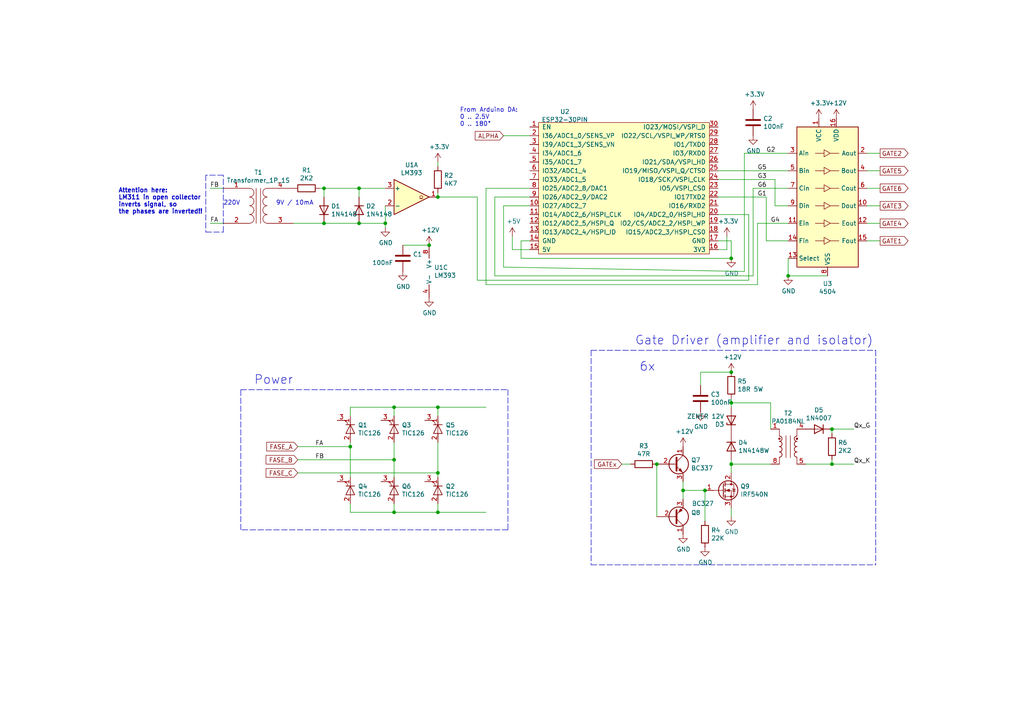
<source format=kicad_sch>
(kicad_sch (version 20211123) (generator eeschema)
  (paper "A4")
  (lib_symbols
    (symbol "4xxx:4504"
      (property "Reference" "U" (at -7.62 21.59 0))
      (property "Value" "4504" (at 6.35 21.59 0))
      (symbol "4504_0_1"
        (polyline (pts (xy -3.556 -12.7) (xy -1.016 -12.7)))
        (polyline (pts (xy -3.556 -7.62) (xy -1.016 -7.62)))
        (polyline (pts (xy -3.556 -2.54) (xy -1.016 -2.54)))
        (polyline (pts (xy -3.556 2.54) (xy -1.016 2.54)))
        (polyline (pts (xy -3.556 7.62) (xy -1.016 7.62)))
        (polyline (pts (xy -3.556 12.7) (xy -1.016 12.7)))
        (polyline (pts (xy 0.762 -12.7) (xy 3.302 -12.7)))
        (polyline (pts (xy 0.762 -7.62) (xy 3.302 -7.62)))
        (polyline (pts (xy 0.762 -2.54) (xy 3.302 -2.54)))
        (polyline (pts (xy 0.762 2.54) (xy 3.302 2.54)))
        (polyline (pts (xy 0.762 7.62) (xy 3.302 7.62)))
        (polyline (pts (xy 0.762 12.7) (xy 3.302 12.7)))
      )
      (symbol "4504_1_1"
        (rectangle (start -8.89 20.32) (end 8.89 -20.32) (stroke (width 0.254)) (fill (type background)))
        (polyline (pts (xy 0.762 -12.7) (xy -1.016 -13.716) (xy -1.016 -11.684) (xy 0.762 -12.7)))
        (polyline (pts (xy 0.762 -7.62) (xy -1.016 -8.636) (xy -1.016 -6.604) (xy 0.762 -7.62)))
        (polyline (pts (xy 0.762 -2.54) (xy -1.016 -3.556) (xy -1.016 -1.524) (xy 0.762 -2.54)))
        (polyline (pts (xy 0.762 2.54) (xy -1.016 1.524) (xy -1.016 3.556) (xy 0.762 2.54)))
        (polyline (pts (xy 0.762 7.62) (xy -1.016 6.604) (xy -1.016 8.636) (xy 0.762 7.62)))
        (polyline (pts (xy 0.762 12.7) (xy -1.016 11.684) (xy -1.016 13.716) (xy 0.762 12.7)))
        (pin power_in line (at -2.54 22.86 270) (length 2.54) (name "VCC") (number "1"))
        (pin output line (at 11.43 -2.54 180) (length 2.54) (name "Dout") (number "10"))
        (pin input line (at -11.43 -7.62 0) (length 2.54) (name "Ein") (number "11"))
        (pin output line (at 11.43 -7.62 180) (length 2.54) (name "Eout") (number "12"))
        (pin input line (at -11.43 -17.78 0) (length 2.54) (name "Select") (number "13"))
        (pin input line (at -11.43 -12.7 0) (length 2.54) (name "Fin") (number "14"))
        (pin output line (at 11.43 -12.7 180) (length 2.54) (name "Fout") (number "15"))
        (pin power_in line (at 2.54 22.86 270) (length 2.54) (name "VDD") (number "16"))
        (pin output line (at 11.43 12.7 180) (length 2.54) (name "Aout") (number "2"))
        (pin input line (at -11.43 12.7 0) (length 2.54) (name "Ain") (number "3"))
        (pin output line (at 11.43 7.62 180) (length 2.54) (name "Bout") (number "4"))
        (pin input line (at -11.43 7.62 0) (length 2.54) (name "Bin") (number "5"))
        (pin output line (at 11.43 2.54 180) (length 2.54) (name "Cout") (number "6"))
        (pin input line (at -11.43 2.54 0) (length 2.54) (name "Cin") (number "7"))
        (pin power_in line (at 0 -22.86 90) (length 2.54) (name "VSS") (number "8"))
        (pin input line (at -11.43 -2.54 0) (length 2.54) (name "Din") (number "9"))
      )
    )
    (symbol "ABV_parts:ESP32-30PIN" (pin_names (offset 1.016))
      (property "Reference" "MD" (at 0 3.81 0))
      (property "Value" "ESP32-30PIN" (at 0 1.27 0))
      (symbol "ESP32-30PIN_1_1"
        (rectangle (start 0 0) (end 49.53 -38.1) (fill (type background)))
        (pin input line (at -2.54 -1.27 0) (length 2.54) (name "EN") (number "1"))
        (pin bidirectional line (at -2.54 -24.13 0) (length 2.54) (name "IO27/ADC2_7") (number "10"))
        (pin bidirectional line (at -2.54 -26.67 0) (length 2.54) (name "IO14/ADC2_6/HSPI_CLK") (number "11"))
        (pin bidirectional line (at -2.54 -29.21 0) (length 2.54) (name "IO12/ADC2_5/HSPI_Q") (number "12"))
        (pin bidirectional line (at -2.54 -31.75 0) (length 2.54) (name "IO13/ADC2_4/HSPI_ID") (number "13"))
        (pin power_in line (at -2.54 -34.29 0) (length 2.54) (name "GND") (number "14"))
        (pin power_in line (at -2.54 -36.83 0) (length 2.54) (name "5V") (number "15"))
        (pin power_out line (at 52.07 -36.83 180) (length 2.54) (name "3V3") (number "16"))
        (pin power_in line (at 52.07 -34.29 180) (length 2.54) (name "GND") (number "17"))
        (pin bidirectional line (at 52.07 -31.75 180) (length 2.54) (name "IO15/ADC2_3/HSPI_CS0") (number "18"))
        (pin bidirectional line (at 52.07 -29.21 180) (length 2.54) (name "IO2/CS/ADC2_2/HSPI_WP") (number "19"))
        (pin input line (at -2.54 -3.81 0) (length 2.54) (name "I36/ADC1_0/SENS_VP") (number "2"))
        (pin bidirectional line (at 52.07 -26.67 180) (length 2.54) (name "IO4/ADC2_0/HSPI_HD") (number "20"))
        (pin bidirectional line (at 52.07 -24.13 180) (length 2.54) (name "IO16/RXD2") (number "21"))
        (pin bidirectional line (at 52.07 -21.59 180) (length 2.54) (name "IO17TXD2") (number "22"))
        (pin bidirectional line (at 52.07 -19.05 180) (length 2.54) (name "IO5/VSPI_CS0") (number "23"))
        (pin bidirectional line (at 52.07 -16.51 180) (length 2.54) (name "IO18/SCK/VSPI_CLK") (number "24"))
        (pin bidirectional line (at 52.07 -13.97 180) (length 2.54) (name "IO19/MISO/VSPI_Q/CTS0") (number "25"))
        (pin bidirectional line (at 52.07 -11.43 180) (length 2.54) (name "IO21/SDA/VSPI_HD") (number "26"))
        (pin bidirectional line (at 52.07 -8.89 180) (length 2.54) (name "IO3/RXD0") (number "27"))
        (pin bidirectional line (at 52.07 -6.35 180) (length 2.54) (name "IO1/TXD0") (number "28"))
        (pin bidirectional line (at 52.07 -3.81 180) (length 2.54) (name "IO22/SCL/VSPI_WP/RTS0") (number "29"))
        (pin input line (at -2.54 -6.35 0) (length 2.54) (name "I39/ADC1_3/SENS_VN") (number "3"))
        (pin bidirectional line (at 52.07 -1.27 180) (length 2.54) (name "IO23/MOSI/VSPI_D") (number "30"))
        (pin input line (at -2.54 -8.89 0) (length 2.54) (name "I34/ADC1_6") (number "4"))
        (pin input line (at -2.54 -11.43 0) (length 2.54) (name "I35/ADC1_7") (number "5"))
        (pin bidirectional line (at -2.54 -13.97 0) (length 2.54) (name "IO32/ADC1_4") (number "6"))
        (pin bidirectional line (at -2.54 -16.51 0) (length 2.54) (name "IO33/ADC1_5") (number "7"))
        (pin bidirectional line (at -2.54 -19.05 0) (length 2.54) (name "IO25/ADC2_8/DAC1") (number "8"))
        (pin bidirectional line (at -2.54 -21.59 0) (length 2.54) (name "IO26/ADC2_9/DAC2") (number "9"))
      )
    )
    (symbol "Comparator:LM393" (pin_names (offset 0.127))
      (property "Reference" "U" (at 3.81 3.81 0))
      (property "Value" "LM393" (at 6.35 -3.81 0))
      (symbol "LM393_1_1"
        (polyline (pts (xy -5.08 5.08) (xy 5.08 0) (xy -5.08 -5.08) (xy -5.08 5.08)) (stroke (width 0.254)) (fill (type background)))
        (polyline (pts (xy 3.302 -0.508) (xy 2.794 -0.508) (xy 3.302 0) (xy 2.794 0.508) (xy 2.286 0) (xy 2.794 -0.508) (xy 2.286 -0.508)) (stroke (width 0.127)))
        (pin open_collector line (at 7.62 0 180) (length 2.54) (name "~") (number "1"))
        (pin input line (at -7.62 -2.54 0) (length 2.54) (name "-") (number "2"))
        (pin input line (at -7.62 2.54 0) (length 2.54) (name "+") (number "3"))
      )
      (symbol "LM393_2_1"
        (polyline (pts (xy -5.08 5.08) (xy 5.08 0) (xy -5.08 -5.08) (xy -5.08 5.08)) (stroke (width 0.254)) (fill (type background)))
        (polyline (pts (xy 3.302 -0.508) (xy 2.794 -0.508) (xy 3.302 0) (xy 2.794 0.508) (xy 2.286 0) (xy 2.794 -0.508) (xy 2.286 -0.508)) (stroke (width 0.127)))
        (pin input line (at -7.62 2.54 0) (length 2.54) (name "+") (number "5"))
        (pin input line (at -7.62 -2.54 0) (length 2.54) (name "_") (number "6"))
        (pin open_collector line (at 7.62 0 180) (length 2.54) (name "~") (number "7"))
      )
      (symbol "LM393_3_1"
        (pin power_in line (at -2.54 -7.62 90) (length 3.81) (name "V-") (number "4"))
        (pin power_in line (at -2.54 7.62 270) (length 3.81) (name "V+") (number "8"))
      )
    )
    (symbol "Device:C" (pin_numbers hide) (pin_names (offset 0.254))
      (property "Reference" "C" (at 0.635 2.54 0))
      (property "Value" "C" (at 0.635 -2.54 0))
      (symbol "C_0_1"
        (polyline (pts (xy -2.032 -0.762) (xy 2.032 -0.762)) (stroke (width 0.508)))
        (polyline (pts (xy -2.032 0.762) (xy 2.032 0.762)) (stroke (width 0.508)))
      )
      (symbol "C_1_1"
        (pin passive line (at 0 3.81 270) (length 2.794) (name "~") (number "1"))
        (pin passive line (at 0 -3.81 90) (length 2.794) (name "~") (number "2"))
      )
    )
    (symbol "Device:R" (pin_numbers hide) (pin_names (offset 0))
      (property "Reference" "R" (at 2.032 0 90))
      (property "Value" "R" (at 0 0 90))
      (symbol "R_0_1"
        (rectangle (start -1.016 -2.54) (end 1.016 2.54) (stroke (width 0.254)))
      )
      (symbol "R_1_1"
        (pin passive line (at 0 3.81 270) (length 1.27) (name "~") (number "1"))
        (pin passive line (at 0 -3.81 90) (length 1.27) (name "~") (number "2"))
      )
    )
    (symbol "Device:Transformer_1P_1S" (pin_names (offset 1.016) hide)
      (property "Reference" "T" (at 0 6.35 0))
      (property "Value" "Transformer_1P_1S" (at 0 -7.62 0))
      (symbol "Transformer_1P_1S_0_1"
        (arc (start -2.54 -5.0546) (mid -1.6599 -4.6901) (end -1.27 -3.81))
        (arc (start -2.54 -2.5146) (mid -1.6599 -2.1501) (end -1.27 -1.27))
        (arc (start -2.54 0.0254) (mid -1.6599 0.3899) (end -1.27 1.27))
        (arc (start -2.54 2.5654) (mid -1.6599 2.9299) (end -1.27 3.81))
        (arc (start -1.27 -3.81) (mid -1.642 -2.912) (end -2.54 -2.54))
        (arc (start -1.27 -1.27) (mid -1.642 -0.372) (end -2.54 0))
        (arc (start -1.27 1.27) (mid -1.642 2.168) (end -2.54 2.54))
        (arc (start -1.27 3.81) (mid -1.642 4.708) (end -2.54 5.08))
        (polyline (pts (xy -0.635 5.08) (xy -0.635 -5.08)))
        (polyline (pts (xy 0.635 -5.08) (xy 0.635 5.08)))
        (arc (start 1.2954 -1.27) (mid 1.6599 -2.1501) (end 2.54 -2.5146))
        (arc (start 1.2954 1.27) (mid 1.6599 0.3899) (end 2.54 0.0254))
        (arc (start 1.2954 3.81) (mid 1.6599 2.9299) (end 2.54 2.5654))
        (arc (start 1.3208 -3.81) (mid 1.6853 -4.6901) (end 2.5654 -5.0546))
        (arc (start 2.54 0) (mid 1.642 -0.372) (end 1.2954 -1.27))
        (arc (start 2.54 2.54) (mid 1.642 2.168) (end 1.2954 1.27))
        (arc (start 2.54 5.08) (mid 1.642 4.708) (end 1.2954 3.81))
        (arc (start 2.5654 -2.54) (mid 1.6674 -2.912) (end 1.3208 -3.81))
      )
      (symbol "Transformer_1P_1S_1_1"
        (pin passive line (at -10.16 5.08 0) (length 7.62) (name "AA") (number "1"))
        (pin passive line (at -10.16 -5.08 0) (length 7.62) (name "AB") (number "2"))
        (pin passive line (at 10.16 -5.08 180) (length 7.62) (name "SA") (number "3"))
        (pin passive line (at 10.16 5.08 180) (length 7.62) (name "SB") (number "4"))
      )
    )
    (symbol "Diode:1N4007" (pin_numbers hide) (pin_names (offset 1.016) hide)
      (property "Reference" "D" (at 0 2.54 0))
      (property "Value" "1N4007" (at 0 -2.54 0))
      (symbol "1N4007_0_1"
        (polyline (pts (xy -1.27 1.27) (xy -1.27 -1.27)) (stroke (width 0.254)))
        (polyline (pts (xy 1.27 0) (xy -1.27 0)))
        (polyline (pts (xy 1.27 1.27) (xy 1.27 -1.27) (xy -1.27 0) (xy 1.27 1.27)) (stroke (width 0.254)))
      )
      (symbol "1N4007_1_1"
        (pin passive line (at -3.81 0 0) (length 2.54) (name "K") (number "1"))
        (pin passive line (at 3.81 0 180) (length 2.54) (name "A") (number "2"))
      )
    )
    (symbol "Diode:1N4148" (pin_numbers hide) (pin_names (offset 1.016) hide)
      (property "Reference" "D" (at 0 2.54 0))
      (property "Value" "1N4148" (at 0 -2.54 0))
      (symbol "1N4148_0_1"
        (polyline (pts (xy -1.27 1.27) (xy -1.27 -1.27)) (stroke (width 0.254)))
        (polyline (pts (xy 1.27 0) (xy -1.27 0)))
        (polyline (pts (xy 1.27 1.27) (xy 1.27 -1.27) (xy -1.27 0) (xy 1.27 1.27)) (stroke (width 0.254)))
      )
      (symbol "1N4148_1_1"
        (pin passive line (at -3.81 0 0) (length 2.54) (name "K") (number "1"))
        (pin passive line (at 3.81 0 180) (length 2.54) (name "A") (number "2"))
      )
    )
    (symbol "Diode:1N4148W" (pin_numbers hide) (pin_names (offset 1.016) hide)
      (property "Reference" "D" (at 0 2.54 0))
      (property "Value" "1N4148W" (at 0 -2.54 0))
      (symbol "1N4148W_0_1"
        (polyline (pts (xy -1.27 1.27) (xy -1.27 -1.27)) (stroke (width 0.254)))
        (polyline (pts (xy 1.27 0) (xy -1.27 0)))
        (polyline (pts (xy 1.27 1.27) (xy 1.27 -1.27) (xy -1.27 0) (xy 1.27 1.27)) (stroke (width 0.254)))
      )
      (symbol "1N4148W_1_1"
        (pin passive line (at -3.81 0 0) (length 2.54) (name "K") (number "1"))
        (pin passive line (at 3.81 0 180) (length 2.54) (name "A") (number "2"))
      )
    )
    (symbol "Diode:DZ2S150X0L" (pin_numbers hide) (pin_names hide)
      (property "Reference" "D" (at 0 2.54 0))
      (property "Value" "DZ2S150X0L" (at 0 -2.54 0))
      (symbol "DZ2S150X0L_0_1"
        (polyline (pts (xy 1.27 0) (xy -1.27 0)))
        (polyline (pts (xy -1.27 -1.27) (xy -1.27 1.27) (xy -0.762 1.27)) (stroke (width 0.254)))
        (polyline (pts (xy 1.27 -1.27) (xy 1.27 1.27) (xy -1.27 0) (xy 1.27 -1.27)) (stroke (width 0.254)))
      )
      (symbol "DZ2S150X0L_1_1"
        (pin passive line (at -3.81 0 0) (length 2.54) (name "K") (number "1"))
        (pin passive line (at 3.81 0 180) (length 2.54) (name "A") (number "2"))
      )
    )
    (symbol "Transformer:PA0184NL" (pin_names hide)
      (property "Reference" "T" (at 0 6.35 0))
      (property "Value" "PA0184NL" (at 0 -6.35 0))
      (symbol "PA0184NL_0_1"
        (arc (start -2.54 -3.048) (mid -1.778 -2.286) (end -2.54 -1.524) (stroke (width 0.2032)))
        (arc (start -2.54 -1.524) (mid -1.778 -0.762) (end -2.54 0) (stroke (width 0.2032)))
        (arc (start -2.54 0) (mid -1.778 0.762) (end -2.54 1.524) (stroke (width 0.2032)))
        (circle (center -2.54 2.286) (radius 0.254) (fill (type outline)))
        (polyline (pts (xy -2.54 -3.048) (xy -2.54 -5.08)))
        (polyline (pts (xy -2.54 5.08) (xy -2.54 3.048)))
        (polyline (pts (xy -0.635 3.175) (xy -0.635 -3.175)))
        (polyline (pts (xy 0.635 3.175) (xy 0.635 -3.175)))
        (polyline (pts (xy 2.54 -3.048) (xy 2.54 -5.08)))
        (polyline (pts (xy 2.54 5.08) (xy 2.54 3.048)))
        (arc (start 2.54 -1.524) (mid 1.778 -2.286) (end 2.54 -3.048) (stroke (width 0.2032)))
        (arc (start 2.54 0) (mid 1.778 -0.762) (end 2.54 -1.524) (stroke (width 0.2032)))
        (arc (start 2.54 1.524) (mid 1.778 0.762) (end 2.54 0) (stroke (width 0.2032)))
        (circle (center 2.54 2.286) (radius 0.254) (fill (type outline)))
        (arc (start 2.54 3.048) (mid 1.778 2.286) (end 2.54 1.524) (stroke (width 0.2032)))
      )
      (symbol "PA0184NL_1_1"
        (arc (start -2.54 1.524) (mid -1.778 2.286) (end -2.54 3.048) (stroke (width 0.2032)))
        (pin passive line (at -5.08 5.08 0) (length 2.54) (name "~") (number "1"))
        (pin passive line (at 5.08 5.08 180) (length 2.54) (name "~") (number "4"))
        (pin passive line (at 5.08 -5.08 180) (length 2.54) (name "~") (number "5"))
        (pin passive line (at -5.08 -5.08 0) (length 2.54) (name "~") (number "8"))
      )
    )
    (symbol "Transistor_BJT:BC327" (pin_names (offset 0) hide)
      (property "Reference" "Q" (at 5.08 1.905 0))
      (property "Value" "BC327" (at 5.08 0 0))
      (symbol "BC327_0_1"
        (polyline (pts (xy 0.635 0.635) (xy 2.54 2.54)))
        (polyline (pts (xy 0.635 -0.635) (xy 2.54 -2.54) (xy 2.54 -2.54)))
        (polyline (pts (xy 0.635 1.905) (xy 0.635 -1.905) (xy 0.635 -1.905)) (stroke (width 0.508)))
        (polyline (pts (xy 2.286 -1.778) (xy 1.778 -2.286) (xy 1.27 -1.27) (xy 2.286 -1.778) (xy 2.286 -1.778)) (fill (type outline)))
        (circle (center 1.27 0) (radius 2.8194) (stroke (width 0.254)))
      )
      (symbol "BC327_1_1"
        (pin passive line (at 2.54 5.08 270) (length 2.54) (name "C") (number "1"))
        (pin input line (at -5.08 0 0) (length 5.715) (name "B") (number "2"))
        (pin passive line (at 2.54 -5.08 90) (length 2.54) (name "E") (number "3"))
      )
    )
    (symbol "Transistor_BJT:BC337" (pin_names (offset 0) hide)
      (property "Reference" "Q" (at 5.08 1.905 0))
      (property "Value" "BC337" (at 5.08 0 0))
      (symbol "BC337_0_1"
        (polyline (pts (xy 0 0) (xy 0.635 0)))
        (polyline (pts (xy 0.635 0.635) (xy 2.54 2.54)))
        (polyline (pts (xy 0.635 -0.635) (xy 2.54 -2.54) (xy 2.54 -2.54)))
        (polyline (pts (xy 0.635 1.905) (xy 0.635 -1.905) (xy 0.635 -1.905)) (stroke (width 0.508)))
        (polyline (pts (xy 1.27 -1.778) (xy 1.778 -1.27) (xy 2.286 -2.286) (xy 1.27 -1.778) (xy 1.27 -1.778)) (fill (type outline)))
        (circle (center 1.27 0) (radius 2.8194) (stroke (width 0.254)))
      )
      (symbol "BC337_1_1"
        (pin passive line (at 2.54 5.08 270) (length 2.54) (name "C") (number "1"))
        (pin input line (at -5.08 0 0) (length 5.08) (name "B") (number "2"))
        (pin passive line (at 2.54 -5.08 90) (length 2.54) (name "E") (number "3"))
      )
    )
    (symbol "Transistor_FET:IRF540N" (pin_names hide)
      (property "Reference" "Q" (at 6.35 1.905 0))
      (property "Value" "IRF540N" (at 6.35 0 0))
      (symbol "IRF540N_0_1"
        (polyline (pts (xy 0.254 0) (xy -2.54 0)))
        (polyline (pts (xy 0.254 1.905) (xy 0.254 -1.905)) (stroke (width 0.254)))
        (polyline (pts (xy 0.762 -1.27) (xy 0.762 -2.286)) (stroke (width 0.254)))
        (polyline (pts (xy 0.762 0.508) (xy 0.762 -0.508)) (stroke (width 0.254)))
        (polyline (pts (xy 0.762 2.286) (xy 0.762 1.27)) (stroke (width 0.254)))
        (polyline (pts (xy 2.54 2.54) (xy 2.54 1.778)))
        (polyline (pts (xy 2.54 -2.54) (xy 2.54 0) (xy 0.762 0)))
        (polyline (pts (xy 0.762 -1.778) (xy 3.302 -1.778) (xy 3.302 1.778) (xy 0.762 1.778)))
        (polyline (pts (xy 1.016 0) (xy 2.032 0.381) (xy 2.032 -0.381) (xy 1.016 0)) (fill (type outline)))
        (polyline (pts (xy 2.794 0.508) (xy 2.921 0.381) (xy 3.683 0.381) (xy 3.81 0.254)))
        (polyline (pts (xy 3.302 0.381) (xy 2.921 -0.254) (xy 3.683 -0.254) (xy 3.302 0.381)))
        (circle (center 1.651 0) (radius 2.794) (stroke (width 0.254)))
        (circle (center 2.54 -1.778) (radius 0.254) (fill (type outline)))
        (circle (center 2.54 1.778) (radius 0.254) (fill (type outline)))
      )
      (symbol "IRF540N_1_1"
        (pin input line (at -5.08 0 0) (length 2.54) (name "G") (number "1"))
        (pin passive line (at 2.54 5.08 270) (length 2.54) (name "D") (number "2"))
        (pin passive line (at 2.54 -5.08 90) (length 2.54) (name "S") (number "3"))
      )
    )
    (symbol "Triac_Thyristor:TIC126" (pin_names (offset 0) hide)
      (property "Reference" "Q" (at 2.54 1.905 0))
      (property "Value" "TIC126" (at 2.54 0 0))
      (symbol "TIC126_0_1"
        (polyline (pts (xy -1.27 -2.54) (xy -0.635 -1.27)))
        (polyline (pts (xy -1.27 -1.27) (xy 1.27 -1.27)) (stroke (width 0.2032)))
        (polyline (pts (xy 0 -2.54) (xy 0 2.54)))
        (polyline (pts (xy -1.27 1.27) (xy 1.27 1.27) (xy 0 -1.27) (xy -1.27 1.27)) (stroke (width 0.2032)))
      )
      (symbol "TIC126_1_1"
        (pin passive line (at 0 -3.81 90) (length 2.54) (name "K") (number "1"))
        (pin passive line (at 0 3.81 270) (length 2.54) (name "A") (number "2"))
        (pin input line (at -3.81 -2.54 0) (length 2.54) (name "G") (number "3"))
      )
    )
    (symbol "power:+12V" (power) (pin_names (offset 0))
      (property "Value" "+12V" (at 0 3.556 0))
      (symbol "+12V_0_1"
        (polyline (pts (xy -0.762 1.27) (xy 0 2.54)))
        (polyline (pts (xy 0 0) (xy 0 2.54)))
        (polyline (pts (xy 0 2.54) (xy 0.762 1.27)))
      )
      (symbol "+12V_1_1"
        (pin power_in line (at 0 0 90) (length 0) hide (name "+12V") (number "1"))
      )
    )
    (symbol "power:+3.3V" (power) (pin_names (offset 0))
      (property "Value" "+3.3V" (at 0 3.556 0))
      (symbol "+3.3V_0_1"
        (polyline (pts (xy -0.762 1.27) (xy 0 2.54)))
        (polyline (pts (xy 0 0) (xy 0 2.54)))
        (polyline (pts (xy 0 2.54) (xy 0.762 1.27)))
      )
      (symbol "+3.3V_1_1"
        (pin power_in line (at 0 0 90) (length 0) hide (name "+3.3V") (number "1"))
      )
    )
    (symbol "power:+5V" (power) (pin_names (offset 0))
      (property "Value" "+5V" (at 0 3.556 0))
      (symbol "+5V_0_1"
        (polyline (pts (xy -0.762 1.27) (xy 0 2.54)))
        (polyline (pts (xy 0 0) (xy 0 2.54)))
        (polyline (pts (xy 0 2.54) (xy 0.762 1.27)))
      )
      (symbol "+5V_1_1"
        (pin power_in line (at 0 0 90) (length 0) hide (name "+5V") (number "1"))
      )
    )
    (symbol "power:GND" (power) (pin_names (offset 0))
      (property "Value" "GND" (at 0 -3.81 0))
      (symbol "GND_0_1"
        (polyline (pts (xy 0 0) (xy 0 -1.27) (xy 1.27 -1.27) (xy 0 -2.54) (xy -1.27 -1.27) (xy 0 -1.27)))
      )
      (symbol "GND_1_1"
        (pin power_in line (at 0 0 270) (length 0) hide (name "GND") (number "1"))
      )
    )
  )
  (junction (at 114.3 133.35))
  (junction (at 104.14 54.61))
  (junction (at 104.14 64.77))
  (junction (at 212.09 134.62))
  (junction (at 241.3 124.46))
  (junction (at 190.5 134.62))
  (junction (at 127 148.59))
  (junction (at 127 137.16))
  (junction (at 114.3 148.59))
  (junction (at 101.6 129.54))
  (junction (at 228.6 80.01))
  (junction (at 111.76 64.77))
  (junction (at 198.12 142.24))
  (junction (at 93.98 54.61))
  (junction (at 212.09 74.93))
  (junction (at 212.09 107.95))
  (junction (at 127 118.11))
  (junction (at 114.3 118.11))
  (junction (at 204.47 142.24))
  (junction (at 93.98 64.77))
  (junction (at 124.46 71.12))
  (junction (at 127 57.15))
  (junction (at 241.3 134.62))
  (junction (at 212.09 116.84))
  (wire (pts (xy 60.96 64.77) (xy 64.77 64.77)))
  (wire (pts (xy 212.09 134.62) (xy 212.09 133.35)))
  (wire (pts (xy 223.52 116.84) (xy 223.52 124.46)))
  (wire (pts (xy 251.46 54.61) (xy 255.27 54.61)))
  (wire (pts (xy 218.44 54.61) (xy 228.6 54.61)))
  (wire (pts (xy 127 120.65) (xy 127 118.11)))
  (wire (pts (xy 114.3 138.43) (xy 114.3 133.35)))
  (wire (pts (xy 93.98 64.77) (xy 104.14 64.77)))
  (wire (pts (xy 212.09 137.16) (xy 212.09 134.62)))
  (wire (pts (xy 101.6 148.59) (xy 114.3 148.59)))
  (wire (pts (xy 148.59 72.39) (xy 148.59 68.58)))
  (wire (pts (xy 114.3 120.65) (xy 114.3 118.11)))
  (wire (pts (xy 127 48.26) (xy 127 46.99)))
  (polyline (pts (xy 69.85 113.03) (xy 147.32 113.03)))
  (wire (pts (xy 251.46 44.45) (xy 255.27 44.45)))
  (wire (pts (xy 219.71 64.77) (xy 228.6 64.77)))
  (wire (pts (xy 212.09 69.85) (xy 212.09 74.93)))
  (wire (pts (xy 212.09 107.95) (xy 203.2 107.95)))
  (wire (pts (xy 101.6 138.43) (xy 101.6 129.54)))
  (wire (pts (xy 222.25 57.15) (xy 222.25 69.85)))
  (wire (pts (xy 86.36 133.35) (xy 114.3 133.35)))
  (polyline (pts (xy 171.45 163.83) (xy 254 163.83)))
  (wire (pts (xy 198.12 142.24) (xy 198.12 139.7)))
  (wire (pts (xy 60.96 54.61) (xy 64.77 54.61)))
  (wire (pts (xy 151.13 69.85) (xy 151.13 74.93)))
  (wire (pts (xy 104.14 57.15) (xy 104.14 54.61)))
  (polyline (pts (xy 147.32 153.67) (xy 69.85 153.67)))
  (wire (pts (xy 210.82 72.39) (xy 210.82 68.58)))
  (wire (pts (xy 228.6 74.93) (xy 228.6 80.01)))
  (wire (pts (xy 153.67 57.15) (xy 143.51 57.15)))
  (wire (pts (xy 251.46 69.85) (xy 255.27 69.85)))
  (wire (pts (xy 127 137.16) (xy 127 128.27)))
  (wire (pts (xy 215.9 44.45) (xy 228.6 44.45)))
  (wire (pts (xy 251.46 49.53) (xy 255.27 49.53)))
  (wire (pts (xy 153.67 69.85) (xy 151.13 69.85)))
  (wire (pts (xy 153.67 54.61) (xy 140.97 54.61)))
  (wire (pts (xy 241.3 134.62) (xy 247.65 134.62)))
  (wire (pts (xy 140.97 54.61) (xy 140.97 82.55)))
  (wire (pts (xy 217.17 62.23) (xy 217.17 81.28)))
  (wire (pts (xy 212.09 116.84) (xy 223.52 116.84)))
  (wire (pts (xy 127 118.11) (xy 140.97 118.11)))
  (wire (pts (xy 114.3 118.11) (xy 127 118.11)))
  (wire (pts (xy 86.36 137.16) (xy 127 137.16)))
  (wire (pts (xy 127 57.15) (xy 127 55.88)))
  (polyline (pts (xy 69.85 153.67) (xy 69.85 113.03)))
  (wire (pts (xy 208.28 62.23) (xy 217.17 62.23)))
  (polyline (pts (xy 171.45 101.6) (xy 254 101.6)))
  (wire (pts (xy 190.5 134.62) (xy 190.5 149.86)))
  (wire (pts (xy 208.28 72.39) (xy 210.82 72.39)))
  (wire (pts (xy 241.3 134.62) (xy 241.3 133.35)))
  (wire (pts (xy 212.09 149.86) (xy 212.09 147.32)))
  (wire (pts (xy 208.28 49.53) (xy 228.6 49.53)))
  (polyline (pts (xy 64.77 67.31) (xy 64.77 50.8)))
  (wire (pts (xy 143.51 80.01) (xy 218.44 80.01)))
  (wire (pts (xy 138.43 81.28) (xy 138.43 57.15)))
  (wire (pts (xy 208.28 52.07) (xy 224.79 52.07)))
  (wire (pts (xy 212.09 118.11) (xy 212.09 116.84)))
  (polyline (pts (xy 171.45 101.6) (xy 171.45 163.83)))
  (wire (pts (xy 241.3 125.73) (xy 241.3 124.46)))
  (wire (pts (xy 114.3 148.59) (xy 127 148.59)))
  (wire (pts (xy 127 148.59) (xy 140.97 148.59)))
  (wire (pts (xy 153.67 39.37) (xy 146.05 39.37)))
  (polyline (pts (xy 64.77 50.8) (xy 59.69 50.8)))
  (wire (pts (xy 208.28 57.15) (xy 222.25 57.15)))
  (wire (pts (xy 138.43 57.15) (xy 127 57.15)))
  (polyline (pts (xy 254 101.6) (xy 254 163.83)))
  (polyline (pts (xy 59.69 50.8) (xy 59.69 67.31)))
  (wire (pts (xy 101.6 129.54) (xy 101.6 128.27)))
  (polyline (pts (xy 147.32 113.03) (xy 147.32 153.67)))
  (wire (pts (xy 224.79 59.69) (xy 228.6 59.69)))
  (wire (pts (xy 93.98 57.15) (xy 93.98 54.61)))
  (wire (pts (xy 146.05 59.69) (xy 146.05 77.47)))
  (wire (pts (xy 182.88 134.62) (xy 180.34 134.62)))
  (wire (pts (xy 93.98 54.61) (xy 104.14 54.61)))
  (wire (pts (xy 212.09 134.62) (xy 223.52 134.62)))
  (wire (pts (xy 116.84 71.12) (xy 124.46 71.12)))
  (wire (pts (xy 153.67 59.69) (xy 146.05 59.69)))
  (wire (pts (xy 104.14 54.61) (xy 111.76 54.61)))
  (wire (pts (xy 251.46 59.69) (xy 255.27 59.69)))
  (wire (pts (xy 228.6 80.01) (xy 240.03 80.01)))
  (wire (pts (xy 111.76 66.04) (xy 111.76 64.77)))
  (wire (pts (xy 101.6 118.11) (xy 114.3 118.11)))
  (wire (pts (xy 111.76 59.69) (xy 111.76 64.77)))
  (wire (pts (xy 85.09 64.77) (xy 93.98 64.77)))
  (wire (pts (xy 143.51 57.15) (xy 143.51 80.01)))
  (wire (pts (xy 86.36 129.54) (xy 101.6 129.54)))
  (wire (pts (xy 204.47 151.13) (xy 204.47 142.24)))
  (wire (pts (xy 224.79 52.07) (xy 224.79 59.69)))
  (wire (pts (xy 198.12 144.78) (xy 198.12 142.24)))
  (wire (pts (xy 146.05 77.47) (xy 215.9 78.74)))
  (wire (pts (xy 104.14 64.77) (xy 111.76 64.77)))
  (wire (pts (xy 219.71 64.77) (xy 219.71 82.55)))
  (wire (pts (xy 241.3 124.46) (xy 247.65 124.46)))
  (wire (pts (xy 203.2 107.95) (xy 203.2 111.76)))
  (wire (pts (xy 218.44 54.61) (xy 218.44 80.01)))
  (wire (pts (xy 140.97 82.55) (xy 219.71 82.55)))
  (polyline (pts (xy 59.69 67.31) (xy 64.77 67.31)))
  (wire (pts (xy 101.6 120.65) (xy 101.6 118.11)))
  (wire (pts (xy 208.28 69.85) (xy 212.09 69.85)))
  (wire (pts (xy 198.12 142.24) (xy 204.47 142.24)))
  (wire (pts (xy 92.71 54.61) (xy 93.98 54.61)))
  (wire (pts (xy 127 146.05) (xy 127 148.59)))
  (wire (pts (xy 114.3 146.05) (xy 114.3 148.59)))
  (wire (pts (xy 101.6 146.05) (xy 101.6 148.59)))
  (wire (pts (xy 212.09 116.84) (xy 212.09 115.57)))
  (wire (pts (xy 251.46 64.77) (xy 255.27 64.77)))
  (wire (pts (xy 233.68 134.62) (xy 241.3 134.62)))
  (wire (pts (xy 217.17 81.28) (xy 138.43 81.28)))
  (wire (pts (xy 222.25 69.85) (xy 228.6 69.85)))
  (wire (pts (xy 151.13 74.93) (xy 212.09 74.93)))
  (wire (pts (xy 215.9 78.74) (xy 215.9 44.45)))
  (wire (pts (xy 153.67 72.39) (xy 148.59 72.39)))
  (wire (pts (xy 114.3 133.35) (xy 114.3 128.27)))
  (wire (pts (xy 127 138.43) (xy 127 137.16)))
  (text "9V / 10mA" (at 80.01 59.69 0) (effects (font (size 1.27 1.27)) (justify left bottom)))
  (text "Attention here:\nLM311 in open collector\ninverts signal, so\nthe phases are inverted!!" (at 34.29 62.23 0) (effects (font (size 1.27 1.27) (thickness 0.254) bold) (justify left bottom)))
  (text "From Arduino DA:\n0 .. 2.5V\n0 .. 180°" (at 133.35 36.83 0) (effects (font (size 1.27 1.27)) (justify left bottom)))
  (text "Power" (at 73.66 111.76 0) (effects (font (size 2.54 2.54)) (justify left bottom)))
  (text "Gate Driver (amplifier and isolator)" (at 184.15 100.33 0) (effects (font (size 2.54 2.54)) (justify left bottom)))
  (text "220V" (at 64.77 59.69 0) (effects (font (size 1.27 1.27)) (justify left bottom)))
  (text "6x" (at 185.42 107.95 0) (effects (font (size 2.54 2.54)) (justify left bottom)))
  (label "Qx_G" (at 247.65 124.46 0))
  (label "G4" (at 223.52 64.77 0))
  (label "FA" (at 60.96 64.77 0))
  (label "G6" (at 219.71 54.61 0))
  (label "Qx_K" (at 247.65 134.62 0))
  (label "G3" (at 219.71 52.07 0))
  (label "FA" (at 91.44 129.54 0))
  (label "FB" (at 91.44 133.35 0))
  (label "FB" (at 60.96 54.61 0))
  (label "G1" (at 219.71 57.15 0))
  (label "G5" (at 219.71 49.53 0))
  (label "G2" (at 222.25 44.45 0))
  (global_label "GATE5" (shape output) (at 255.27 49.53 0) (property "Intersheet References" "${INTERSHEET_REFS}" (effects hide)))
  (global_label "GATE3" (shape output) (at 255.27 59.69 0) (property "Intersheet References" "${INTERSHEET_REFS}" (effects hide)))
  (global_label "GATE6" (shape output) (at 255.27 54.61 0) (property "Intersheet References" "${INTERSHEET_REFS}" (effects hide)))
  (global_label "GATE1" (shape output) (at 255.27 69.85 0) (property "Intersheet References" "${INTERSHEET_REFS}" (effects hide)))
  (global_label "FASE_C" (shape input) (at 86.36 137.16 180) (property "Intersheet References" "${INTERSHEET_REFS}" (effects hide)))
  (global_label "GATE4" (shape output) (at 255.27 64.77 0) (property "Intersheet References" "${INTERSHEET_REFS}" (effects hide)))
  (global_label "GATE2" (shape output) (at 255.27 44.45 0) (property "Intersheet References" "${INTERSHEET_REFS}" (effects hide)))
  (global_label "FASE_A" (shape input) (at 86.36 129.54 180) (property "Intersheet References" "${INTERSHEET_REFS}" (effects hide)))
  (global_label "GATEx" (shape input) (at 180.34 134.62 180) (property "Intersheet References" "${INTERSHEET_REFS}" (effects hide)))
  (global_label "FASE_B" (shape input) (at 86.36 133.35 180) (property "Intersheet References" "${INTERSHEET_REFS}" (effects hide)))
  (global_label "ALPHA" (shape input) (at 146.05 39.37 180) (property "Intersheet References" "${INTERSHEET_REFS}" (effects hide)))
  (symbol (lib_id "Diode:1N4148") (at 104.14 60.96 270) (unit 1)
    (property "Reference" "D2" (at 106.172 59.7916 90) (effects (justify left)))
    (property "Value" "1N4148" (at 106.172 62.103 90) (effects (justify left)))
    (property "Footprint" "Diode_THT:D_DO-35_SOD27_P7.62mm_Horizontal" (effects hide))
    (property "Datasheet" "https://assets.nexperia.com/documents/data-sheet/1N4148_1N4448.pdf" (effects hide))
  )
  (symbol (lib_id "Diode:1N4148") (at 93.98 60.96 90) (unit 1)
    (property "Reference" "D1" (at 96.012 59.7916 90) (effects (justify right)))
    (property "Value" "1N4148" (at 96.012 62.103 90) (effects (justify right)))
    (property "Footprint" "Diode_THT:D_DO-35_SOD27_P7.62mm_Horizontal" (effects hide))
    (property "Datasheet" "https://assets.nexperia.com/documents/data-sheet/1N4148_1N4448.pdf" (effects hide))
  )
  (symbol (lib_id "Device:Transformer_1P_1S") (at 74.93 59.69 0) (unit 1)
    (property "Reference" "T1" (at 74.93 50.0126 0))
    (property "Value" "Transformer_1P_1S" (at 74.93 52.324 0))
  )
  (symbol (lib_id "Device:R") (at 88.9 54.61 270) (unit 1)
    (property "Reference" "R1" (at 88.9 49.3522 90))
    (property "Value" "2K2" (at 88.9 51.6636 90))
  )
  (symbol (lib_id "power:GND") (at 111.76 66.04 0) (unit 1)
    (property "Reference" "#PWR03" (effects hide))
    (property "Value" "GND" (at 111.887 70.4342 0))
  )
  (symbol (lib_id "Device:R") (at 127 52.07 0) (unit 1)
    (property "Reference" "R2" (at 128.778 50.9016 0) (effects (justify left)))
    (property "Value" "4K7" (at 128.778 53.213 0) (effects (justify left)))
  )
  (symbol (lib_id "power:+12V") (at 124.46 71.12 0) (unit 1)
    (property "Reference" "#PWR02" (effects hide))
    (property "Value" "+12V" (at 124.841 66.7258 0))
  )
  (symbol (lib_id "Device:C") (at 116.84 74.93 0) (unit 1)
    (property "Reference" "C1" (at 119.761 73.7616 0) (effects (justify left)))
    (property "Value" "100nF" (at 107.95 76.2 0) (effects (justify left)))
  )
  (symbol (lib_id "power:GND") (at 116.84 78.74 0) (unit 1)
    (property "Reference" "#PWR01" (effects hide))
    (property "Value" "GND" (at 116.967 83.1342 0))
  )
  (symbol (lib_id "power:+3.3V") (at 127 46.99 0) (unit 1)
    (property "Reference" "#PWR04" (effects hide))
    (property "Value" "+3.3V" (at 127.381 42.5958 0))
  )
  (symbol (lib_id "ABV_parts:ESP32-30PIN") (at 156.21 35.56 0) (unit 1)
    (property "Reference" "U2" (at 163.83 32.385 0))
    (property "Value" "ESP32-30PIN" (at 163.83 34.6964 0))
  )
  (symbol (lib_id "Device:C") (at 218.44 35.56 0) (unit 1)
    (property "Reference" "C2" (at 221.361 34.3916 0) (effects (justify left)))
    (property "Value" "100nF" (at 221.361 36.703 0) (effects (justify left)))
  )
  (symbol (lib_id "power:GND") (at 218.44 39.37 0) (unit 1)
    (property "Reference" "#PWR06" (effects hide))
    (property "Value" "GND" (at 218.567 43.7642 0))
  )
  (symbol (lib_id "power:GND") (at 212.09 74.93 0) (unit 1)
    (property "Reference" "#PWR05" (effects hide))
    (property "Value" "GND" (at 212.217 79.3242 0))
  )
  (symbol (lib_id "Triac_Thyristor:TIC126") (at 101.6 124.46 0) (mirror x) (unit 1)
    (property "Reference" "Q1" (at 103.8352 123.2916 0) (effects (justify left)))
    (property "Value" "TIC126" (at 103.8352 125.603 0) (effects (justify left)))
    (property "Footprint" "Package_TO_SOT_THT:TO-220-3_Vertical" (effects hide))
    (property "Datasheet" "https://cdn-reichelt.de/documents/datenblatt/A400/TIC126.pdf" (effects hide))
  )
  (symbol (lib_id "Triac_Thyristor:TIC126") (at 101.6 142.24 0) (mirror x) (unit 1)
    (property "Reference" "Q4" (at 103.8352 141.0716 0) (effects (justify left)))
    (property "Value" "TIC126" (at 103.8352 143.383 0) (effects (justify left)))
    (property "Footprint" "Package_TO_SOT_THT:TO-220-3_Vertical" (effects hide))
    (property "Datasheet" "https://cdn-reichelt.de/documents/datenblatt/A400/TIC126.pdf" (effects hide))
  )
  (symbol (lib_id "Triac_Thyristor:TIC126") (at 114.3 124.46 0) (mirror x) (unit 1)
    (property "Reference" "Q3" (at 116.5352 123.2916 0) (effects (justify left)))
    (property "Value" "TIC126" (at 116.5352 125.603 0) (effects (justify left)))
    (property "Footprint" "Package_TO_SOT_THT:TO-220-3_Vertical" (effects hide))
    (property "Datasheet" "https://cdn-reichelt.de/documents/datenblatt/A400/TIC126.pdf" (effects hide))
  )
  (symbol (lib_id "Triac_Thyristor:TIC126") (at 114.3 142.24 0) (mirror x) (unit 1)
    (property "Reference" "Q6" (at 116.5352 141.0716 0) (effects (justify left)))
    (property "Value" "TIC126" (at 116.5352 143.383 0) (effects (justify left)))
    (property "Footprint" "Package_TO_SOT_THT:TO-220-3_Vertical" (effects hide))
    (property "Datasheet" "https://cdn-reichelt.de/documents/datenblatt/A400/TIC126.pdf" (effects hide))
  )
  (symbol (lib_id "Triac_Thyristor:TIC126") (at 127 124.46 0) (mirror x) (unit 1)
    (property "Reference" "Q5" (at 129.2352 123.2916 0) (effects (justify left)))
    (property "Value" "TIC126" (at 129.2352 125.603 0) (effects (justify left)))
    (property "Footprint" "Package_TO_SOT_THT:TO-220-3_Vertical" (effects hide))
    (property "Datasheet" "https://cdn-reichelt.de/documents/datenblatt/A400/TIC126.pdf" (effects hide))
  )
  (symbol (lib_id "Triac_Thyristor:TIC126") (at 127 142.24 0) (mirror x) (unit 1)
    (property "Reference" "Q2" (at 129.2352 141.0716 0) (effects (justify left)))
    (property "Value" "TIC126" (at 129.2352 143.383 0) (effects (justify left)))
    (property "Footprint" "Package_TO_SOT_THT:TO-220-3_Vertical" (effects hide))
    (property "Datasheet" "https://cdn-reichelt.de/documents/datenblatt/A400/TIC126.pdf" (effects hide))
  )
  (symbol (lib_id "Device:R") (at 186.69 134.62 270) (unit 1)
    (property "Reference" "R3" (at 186.69 129.3622 90))
    (property "Value" "47R" (at 186.69 131.6736 90))
  )
  (symbol (lib_id "Device:R") (at 204.47 154.94 0) (unit 1)
    (property "Reference" "R4" (at 206.248 153.7716 0) (effects (justify left)))
    (property "Value" "22K" (at 206.248 156.083 0) (effects (justify left)))
  )
  (symbol (lib_id "Transformer:PA0184NL") (at 228.6 129.54 0) (unit 1)
    (property "Reference" "T2" (at 228.6 119.8626 0))
    (property "Value" "PA0184NL" (at 228.6 122.174 0))
    (property "Footprint" "Transformer_SMD:Pulse_PA2007NL" (effects hide))
    (property "Datasheet" "https://productfinder.pulseeng.com/products/datasheets/SPM2007_61.pdf" (effects hide))
  )
  (symbol (lib_id "Diode:1N4148W") (at 212.09 129.54 270) (unit 1)
    (property "Reference" "D4" (at 214.122 128.3716 90) (effects (justify left)))
    (property "Value" "1N4148W" (at 214.122 130.683 90) (effects (justify left)))
    (property "Footprint" "Diode_SMD:D_SOD-123" (effects hide))
    (property "Datasheet" "https://www.vishay.com/docs/85748/1n4148w.pdf" (effects hide))
  )
  (symbol (lib_id "Diode:DZ2S150X0L") (at 212.09 121.92 90) (unit 1)
    (property "Reference" "D3" (at 210.058 123.0884 90) (effects (justify left)))
    (property "Value" "ZENER 12V" (at 210.058 120.777 90) (effects (justify left)))
    (property "Footprint" "Diode_SMD:D_SOD-523" (effects hide))
    (property "Datasheet" "https://industrial.panasonic.com/content/data/SC/ds/ds4/DZ2S15000L_E.pdf" (effects hide))
  )
  (symbol (lib_id "Device:R") (at 212.09 111.76 0) (unit 1)
    (property "Reference" "R5" (at 213.868 110.5916 0) (effects (justify left)))
    (property "Value" "18R 5W" (at 213.868 112.903 0) (effects (justify left)))
  )
  (symbol (lib_id "Diode:1N4007") (at 237.49 124.46 180) (unit 1)
    (property "Reference" "D5" (at 237.49 118.9482 0))
    (property "Value" "1N4007" (at 237.49 121.2596 0))
    (property "Footprint" "Diode_THT:D_DO-41_SOD81_P10.16mm_Horizontal" (effects hide))
    (property "Datasheet" "http://www.vishay.com/docs/88503/1n4001.pdf" (effects hide))
  )
  (symbol (lib_id "Device:R") (at 241.3 129.54 0) (unit 1)
    (property "Reference" "R6" (at 243.078 128.3716 0) (effects (justify left)))
    (property "Value" "2K2" (at 243.078 130.683 0) (effects (justify left)))
  )
  (symbol (lib_id "power:GND") (at 212.09 149.86 0) (unit 1)
    (property "Reference" "#PWR011" (effects hide))
    (property "Value" "GND" (at 212.217 154.2542 0))
  )
  (symbol (lib_id "power:+12V") (at 212.09 107.95 0) (unit 1)
    (property "Reference" "#PWR010" (effects hide))
    (property "Value" "+12V" (at 212.471 103.5558 0))
  )
  (symbol (lib_id "Device:C") (at 203.2 115.57 0) (unit 1)
    (property "Reference" "C3" (at 206.121 114.4016 0) (effects (justify left)))
    (property "Value" "100nF" (at 206.121 116.713 0) (effects (justify left)))
  )
  (symbol (lib_id "power:GND") (at 203.2 119.38 0) (unit 1)
    (property "Reference" "#PWR09" (effects hide))
    (property "Value" "GND" (at 203.327 123.7742 0))
  )
  (symbol (lib_id "4xxx:4504") (at 240.03 57.15 0) (unit 1)
    (property "Reference" "U3" (at 240.03 82.2706 0))
    (property "Value" "4504" (at 240.03 84.582 0))
    (property "Datasheet" "http://www.ti.com/lit/ds/symlink/cd4504b.pdf" (effects hide))
  )
  (symbol (lib_id "Comparator:LM393") (at 119.38 57.15 0) (unit 1)
    (property "Reference" "U1" (at 119.38 47.8282 0))
    (property "Value" "LM393" (at 119.38 50.1396 0))
    (property "Datasheet" "http://www.ti.com/lit/ds/symlink/lm393.pdf" (effects hide))
  )
  (symbol (lib_id "Comparator:LM393") (at 127 78.74 0) (unit 3)
    (property "Reference" "U1" (at 125.9332 77.5716 0) (effects (justify left)))
    (property "Value" "LM393" (at 125.9332 79.883 0) (effects (justify left)))
    (property "Datasheet" "http://www.ti.com/lit/ds/symlink/lm393.pdf" (effects hide))
  )
  (symbol (lib_id "power:GND") (at 124.46 86.36 0) (unit 1)
    (property "Reference" "#PWR012" (effects hide))
    (property "Value" "GND" (at 124.587 90.7542 0))
  )
  (symbol (lib_id "power:GND") (at 228.6 80.01 0) (unit 1)
    (property "Reference" "#PWR016" (effects hide))
    (property "Value" "GND" (at 228.727 84.4042 0))
  )
  (symbol (lib_id "power:+3.3V") (at 210.82 68.58 0) (unit 1)
    (property "Reference" "#PWR014" (effects hide))
    (property "Value" "+3.3V" (at 211.201 64.1858 0))
  )
  (symbol (lib_id "power:+3.3V") (at 237.49 34.29 0) (unit 1)
    (property "Reference" "#PWR017" (effects hide))
    (property "Value" "+3.3V" (at 237.871 29.8958 0))
  )
  (symbol (lib_id "power:+3.3V") (at 218.44 31.75 0) (unit 1)
    (property "Reference" "#PWR015" (effects hide))
    (property "Value" "+3.3V" (at 218.821 27.3558 0))
  )
  (symbol (lib_id "power:+5V") (at 148.59 68.58 0) (unit 1)
    (property "Reference" "#PWR013" (effects hide))
    (property "Value" "+5V" (at 148.971 64.1858 0))
  )
  (symbol (lib_id "Transistor_FET:IRF540N") (at 209.55 142.24 0) (unit 1)
    (property "Reference" "Q9" (at 214.7316 141.0716 0) (effects (justify left)))
    (property "Value" "IRF540N" (at 214.7316 143.383 0) (effects (justify left)))
    (property "Footprint" "Package_TO_SOT_THT:TO-220-3_Vertical" (effects hide))
    (property "Datasheet" "http://www.irf.com/product-info/datasheets/data/irf540n.pdf" (effects hide))
  )
  (symbol (lib_id "Transistor_BJT:BC337") (at 195.58 134.62 0) (unit 1)
    (property "Reference" "Q7" (at 200.4314 133.4516 0) (effects (justify left)))
    (property "Value" "BC337" (at 200.4314 135.763 0) (effects (justify left)))
    (property "Footprint" "Package_TO_SOT_THT:TO-92_Inline" (effects hide))
    (property "Datasheet" "https://diotec.com/tl_files/diotec/files/pdf/datasheets/bc337.pdf" (effects hide))
  )
  (symbol (lib_id "Transistor_BJT:BC327") (at 195.58 149.86 0) (mirror x) (unit 1)
    (property "Reference" "Q8" (at 200.4314 148.6916 0) (effects (justify left)))
    (property "Value" "BC327" (at 200.66 146.05 0) (effects (justify left)))
    (property "Footprint" "Package_TO_SOT_THT:TO-92_Inline" (effects hide))
    (property "Datasheet" "http://www.onsemi.com/pub_link/Collateral/BC327-D.PDF" (effects hide))
  )
  (symbol (lib_id "power:GND") (at 198.12 154.94 0) (unit 1)
    (property "Reference" "#PWR018" (effects hide))
    (property "Value" "GND" (at 198.247 159.3342 0))
  )
  (symbol (lib_id "power:+12V") (at 198.12 129.54 0) (unit 1)
    (property "Reference" "#PWR08" (effects hide))
    (property "Value" "+12V" (at 198.501 125.1458 0))
  )
  (symbol (lib_id "power:+12V") (at 242.57 34.29 0) (unit 1)
    (property "Reference" "#PWR019" (effects hide))
    (property "Value" "+12V" (at 242.951 29.8958 0))
  )
  (symbol (lib_id "power:GND") (at 204.47 158.75 0) (unit 1)
    (property "Reference" "#PWR?" (effects hide))
    (property "Value" "GND" (at 204.597 163.1442 0))
  )
)
</source>
